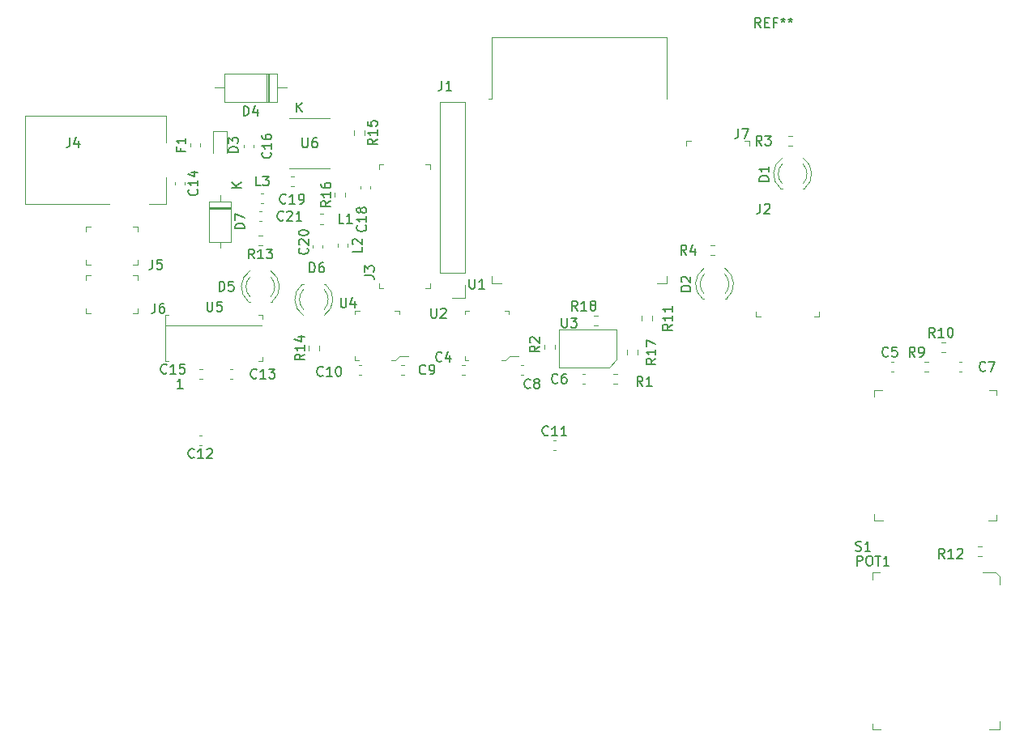
<source format=gbr>
%TF.GenerationSoftware,KiCad,Pcbnew,(6.0.1-0)*%
%TF.CreationDate,2022-04-10T14:57:14-07:00*%
%TF.ProjectId,CocktailMachine,436f636b-7461-4696-9c4d-616368696e65,rev?*%
%TF.SameCoordinates,Original*%
%TF.FileFunction,Legend,Top*%
%TF.FilePolarity,Positive*%
%FSLAX46Y46*%
G04 Gerber Fmt 4.6, Leading zero omitted, Abs format (unit mm)*
G04 Created by KiCad (PCBNEW (6.0.1-0)) date 2022-04-10 14:57:14*
%MOMM*%
%LPD*%
G01*
G04 APERTURE LIST*
%ADD10C,0.150000*%
%ADD11C,0.120000*%
%ADD12C,0.100000*%
G04 APERTURE END LIST*
D10*
%TO.C,C4*%
X90328333Y-90791142D02*
X90280714Y-90838761D01*
X90137857Y-90886380D01*
X90042619Y-90886380D01*
X89899761Y-90838761D01*
X89804523Y-90743523D01*
X89756904Y-90648285D01*
X89709285Y-90457809D01*
X89709285Y-90314952D01*
X89756904Y-90124476D01*
X89804523Y-90029238D01*
X89899761Y-89934000D01*
X90042619Y-89886380D01*
X90137857Y-89886380D01*
X90280714Y-89934000D01*
X90328333Y-89981619D01*
X91185476Y-90219714D02*
X91185476Y-90886380D01*
X90947380Y-89838761D02*
X90709285Y-90553047D01*
X91328333Y-90553047D01*
%TO.C,C5*%
X136993333Y-90273142D02*
X136945714Y-90320761D01*
X136802857Y-90368380D01*
X136707619Y-90368380D01*
X136564761Y-90320761D01*
X136469523Y-90225523D01*
X136421904Y-90130285D01*
X136374285Y-89939809D01*
X136374285Y-89796952D01*
X136421904Y-89606476D01*
X136469523Y-89511238D01*
X136564761Y-89416000D01*
X136707619Y-89368380D01*
X136802857Y-89368380D01*
X136945714Y-89416000D01*
X136993333Y-89463619D01*
X137898095Y-89368380D02*
X137421904Y-89368380D01*
X137374285Y-89844571D01*
X137421904Y-89796952D01*
X137517142Y-89749333D01*
X137755238Y-89749333D01*
X137850476Y-89796952D01*
X137898095Y-89844571D01*
X137945714Y-89939809D01*
X137945714Y-90177904D01*
X137898095Y-90273142D01*
X137850476Y-90320761D01*
X137755238Y-90368380D01*
X137517142Y-90368380D01*
X137421904Y-90320761D01*
X137374285Y-90273142D01*
%TO.C,C6*%
X102448333Y-93067142D02*
X102400714Y-93114761D01*
X102257857Y-93162380D01*
X102162619Y-93162380D01*
X102019761Y-93114761D01*
X101924523Y-93019523D01*
X101876904Y-92924285D01*
X101829285Y-92733809D01*
X101829285Y-92590952D01*
X101876904Y-92400476D01*
X101924523Y-92305238D01*
X102019761Y-92210000D01*
X102162619Y-92162380D01*
X102257857Y-92162380D01*
X102400714Y-92210000D01*
X102448333Y-92257619D01*
X103305476Y-92162380D02*
X103115000Y-92162380D01*
X103019761Y-92210000D01*
X102972142Y-92257619D01*
X102876904Y-92400476D01*
X102829285Y-92590952D01*
X102829285Y-92971904D01*
X102876904Y-93067142D01*
X102924523Y-93114761D01*
X103019761Y-93162380D01*
X103210238Y-93162380D01*
X103305476Y-93114761D01*
X103353095Y-93067142D01*
X103400714Y-92971904D01*
X103400714Y-92733809D01*
X103353095Y-92638571D01*
X103305476Y-92590952D01*
X103210238Y-92543333D01*
X103019761Y-92543333D01*
X102924523Y-92590952D01*
X102876904Y-92638571D01*
X102829285Y-92733809D01*
%TO.C,C7*%
X147153333Y-91797142D02*
X147105714Y-91844761D01*
X146962857Y-91892380D01*
X146867619Y-91892380D01*
X146724761Y-91844761D01*
X146629523Y-91749523D01*
X146581904Y-91654285D01*
X146534285Y-91463809D01*
X146534285Y-91320952D01*
X146581904Y-91130476D01*
X146629523Y-91035238D01*
X146724761Y-90940000D01*
X146867619Y-90892380D01*
X146962857Y-90892380D01*
X147105714Y-90940000D01*
X147153333Y-90987619D01*
X147486666Y-90892380D02*
X148153333Y-90892380D01*
X147724761Y-91892380D01*
%TO.C,C8*%
X99583333Y-93607142D02*
X99535714Y-93654761D01*
X99392857Y-93702380D01*
X99297619Y-93702380D01*
X99154761Y-93654761D01*
X99059523Y-93559523D01*
X99011904Y-93464285D01*
X98964285Y-93273809D01*
X98964285Y-93130952D01*
X99011904Y-92940476D01*
X99059523Y-92845238D01*
X99154761Y-92750000D01*
X99297619Y-92702380D01*
X99392857Y-92702380D01*
X99535714Y-92750000D01*
X99583333Y-92797619D01*
X100154761Y-93130952D02*
X100059523Y-93083333D01*
X100011904Y-93035714D01*
X99964285Y-92940476D01*
X99964285Y-92892857D01*
X100011904Y-92797619D01*
X100059523Y-92750000D01*
X100154761Y-92702380D01*
X100345238Y-92702380D01*
X100440476Y-92750000D01*
X100488095Y-92797619D01*
X100535714Y-92892857D01*
X100535714Y-92940476D01*
X100488095Y-93035714D01*
X100440476Y-93083333D01*
X100345238Y-93130952D01*
X100154761Y-93130952D01*
X100059523Y-93178571D01*
X100011904Y-93226190D01*
X99964285Y-93321428D01*
X99964285Y-93511904D01*
X100011904Y-93607142D01*
X100059523Y-93654761D01*
X100154761Y-93702380D01*
X100345238Y-93702380D01*
X100440476Y-93654761D01*
X100488095Y-93607142D01*
X100535714Y-93511904D01*
X100535714Y-93321428D01*
X100488095Y-93226190D01*
X100440476Y-93178571D01*
X100345238Y-93130952D01*
%TO.C,C9*%
X88629333Y-92115142D02*
X88581714Y-92162761D01*
X88438857Y-92210380D01*
X88343619Y-92210380D01*
X88200761Y-92162761D01*
X88105523Y-92067523D01*
X88057904Y-91972285D01*
X88010285Y-91781809D01*
X88010285Y-91638952D01*
X88057904Y-91448476D01*
X88105523Y-91353238D01*
X88200761Y-91258000D01*
X88343619Y-91210380D01*
X88438857Y-91210380D01*
X88581714Y-91258000D01*
X88629333Y-91305619D01*
X89105523Y-92210380D02*
X89296000Y-92210380D01*
X89391238Y-92162761D01*
X89438857Y-92115142D01*
X89534095Y-91972285D01*
X89581714Y-91781809D01*
X89581714Y-91400857D01*
X89534095Y-91305619D01*
X89486476Y-91258000D01*
X89391238Y-91210380D01*
X89200761Y-91210380D01*
X89105523Y-91258000D01*
X89057904Y-91305619D01*
X89010285Y-91400857D01*
X89010285Y-91638952D01*
X89057904Y-91734190D01*
X89105523Y-91781809D01*
X89200761Y-91829428D01*
X89391238Y-91829428D01*
X89486476Y-91781809D01*
X89534095Y-91734190D01*
X89581714Y-91638952D01*
%TO.C,C10*%
X77914142Y-92315142D02*
X77866523Y-92362761D01*
X77723666Y-92410380D01*
X77628428Y-92410380D01*
X77485571Y-92362761D01*
X77390333Y-92267523D01*
X77342714Y-92172285D01*
X77295095Y-91981809D01*
X77295095Y-91838952D01*
X77342714Y-91648476D01*
X77390333Y-91553238D01*
X77485571Y-91458000D01*
X77628428Y-91410380D01*
X77723666Y-91410380D01*
X77866523Y-91458000D01*
X77914142Y-91505619D01*
X78866523Y-92410380D02*
X78295095Y-92410380D01*
X78580809Y-92410380D02*
X78580809Y-91410380D01*
X78485571Y-91553238D01*
X78390333Y-91648476D01*
X78295095Y-91696095D01*
X79485571Y-91410380D02*
X79580809Y-91410380D01*
X79676047Y-91458000D01*
X79723666Y-91505619D01*
X79771285Y-91600857D01*
X79818904Y-91791333D01*
X79818904Y-92029428D01*
X79771285Y-92219904D01*
X79723666Y-92315142D01*
X79676047Y-92362761D01*
X79580809Y-92410380D01*
X79485571Y-92410380D01*
X79390333Y-92362761D01*
X79342714Y-92315142D01*
X79295095Y-92219904D01*
X79247476Y-92029428D01*
X79247476Y-91791333D01*
X79295095Y-91600857D01*
X79342714Y-91505619D01*
X79390333Y-91458000D01*
X79485571Y-91410380D01*
%TO.C,C11*%
X101462142Y-98526613D02*
X101414523Y-98574232D01*
X101271666Y-98621851D01*
X101176428Y-98621851D01*
X101033571Y-98574232D01*
X100938333Y-98478994D01*
X100890714Y-98383756D01*
X100843095Y-98193280D01*
X100843095Y-98050423D01*
X100890714Y-97859947D01*
X100938333Y-97764709D01*
X101033571Y-97669471D01*
X101176428Y-97621851D01*
X101271666Y-97621851D01*
X101414523Y-97669471D01*
X101462142Y-97717090D01*
X102414523Y-98621851D02*
X101843095Y-98621851D01*
X102128809Y-98621851D02*
X102128809Y-97621851D01*
X102033571Y-97764709D01*
X101938333Y-97859947D01*
X101843095Y-97907566D01*
X103366904Y-98621851D02*
X102795476Y-98621851D01*
X103081190Y-98621851D02*
X103081190Y-97621851D01*
X102985952Y-97764709D01*
X102890714Y-97859947D01*
X102795476Y-97907566D01*
%TO.C,C12*%
X64462142Y-100886613D02*
X64414523Y-100934232D01*
X64271666Y-100981851D01*
X64176428Y-100981851D01*
X64033571Y-100934232D01*
X63938333Y-100838994D01*
X63890714Y-100743756D01*
X63843095Y-100553280D01*
X63843095Y-100410423D01*
X63890714Y-100219947D01*
X63938333Y-100124709D01*
X64033571Y-100029471D01*
X64176428Y-99981851D01*
X64271666Y-99981851D01*
X64414523Y-100029471D01*
X64462142Y-100077090D01*
X65414523Y-100981851D02*
X64843095Y-100981851D01*
X65128809Y-100981851D02*
X65128809Y-99981851D01*
X65033571Y-100124709D01*
X64938333Y-100219947D01*
X64843095Y-100267566D01*
X65795476Y-100077090D02*
X65843095Y-100029471D01*
X65938333Y-99981851D01*
X66176428Y-99981851D01*
X66271666Y-100029471D01*
X66319285Y-100077090D01*
X66366904Y-100172328D01*
X66366904Y-100267566D01*
X66319285Y-100410423D01*
X65747857Y-100981851D01*
X66366904Y-100981851D01*
%TO.C,C14*%
X64745142Y-72872857D02*
X64792761Y-72920476D01*
X64840380Y-73063333D01*
X64840380Y-73158571D01*
X64792761Y-73301428D01*
X64697523Y-73396666D01*
X64602285Y-73444285D01*
X64411809Y-73491904D01*
X64268952Y-73491904D01*
X64078476Y-73444285D01*
X63983238Y-73396666D01*
X63888000Y-73301428D01*
X63840380Y-73158571D01*
X63840380Y-73063333D01*
X63888000Y-72920476D01*
X63935619Y-72872857D01*
X64840380Y-71920476D02*
X64840380Y-72491904D01*
X64840380Y-72206190D02*
X63840380Y-72206190D01*
X63983238Y-72301428D01*
X64078476Y-72396666D01*
X64126095Y-72491904D01*
X64173714Y-71063333D02*
X64840380Y-71063333D01*
X63792761Y-71301428D02*
X64507047Y-71539523D01*
X64507047Y-70920476D01*
%TO.C,C15*%
X61587142Y-92051142D02*
X61539523Y-92098761D01*
X61396666Y-92146380D01*
X61301428Y-92146380D01*
X61158571Y-92098761D01*
X61063333Y-92003523D01*
X61015714Y-91908285D01*
X60968095Y-91717809D01*
X60968095Y-91574952D01*
X61015714Y-91384476D01*
X61063333Y-91289238D01*
X61158571Y-91194000D01*
X61301428Y-91146380D01*
X61396666Y-91146380D01*
X61539523Y-91194000D01*
X61587142Y-91241619D01*
X62539523Y-92146380D02*
X61968095Y-92146380D01*
X62253809Y-92146380D02*
X62253809Y-91146380D01*
X62158571Y-91289238D01*
X62063333Y-91384476D01*
X61968095Y-91432095D01*
X63444285Y-91146380D02*
X62968095Y-91146380D01*
X62920476Y-91622571D01*
X62968095Y-91574952D01*
X63063333Y-91527333D01*
X63301428Y-91527333D01*
X63396666Y-91574952D01*
X63444285Y-91622571D01*
X63491904Y-91717809D01*
X63491904Y-91955904D01*
X63444285Y-92051142D01*
X63396666Y-92098761D01*
X63301428Y-92146380D01*
X63063333Y-92146380D01*
X62968095Y-92098761D01*
X62920476Y-92051142D01*
%TO.C,C16*%
X72430142Y-68990857D02*
X72477761Y-69038476D01*
X72525380Y-69181333D01*
X72525380Y-69276571D01*
X72477761Y-69419428D01*
X72382523Y-69514666D01*
X72287285Y-69562285D01*
X72096809Y-69609904D01*
X71953952Y-69609904D01*
X71763476Y-69562285D01*
X71668238Y-69514666D01*
X71573000Y-69419428D01*
X71525380Y-69276571D01*
X71525380Y-69181333D01*
X71573000Y-69038476D01*
X71620619Y-68990857D01*
X72525380Y-68038476D02*
X72525380Y-68609904D01*
X72525380Y-68324190D02*
X71525380Y-68324190D01*
X71668238Y-68419428D01*
X71763476Y-68514666D01*
X71811095Y-68609904D01*
X71525380Y-67181333D02*
X71525380Y-67371809D01*
X71573000Y-67467047D01*
X71620619Y-67514666D01*
X71763476Y-67609904D01*
X71953952Y-67657523D01*
X72334904Y-67657523D01*
X72430142Y-67609904D01*
X72477761Y-67562285D01*
X72525380Y-67467047D01*
X72525380Y-67276571D01*
X72477761Y-67181333D01*
X72430142Y-67133714D01*
X72334904Y-67086095D01*
X72096809Y-67086095D01*
X72001571Y-67133714D01*
X71953952Y-67181333D01*
X71906333Y-67276571D01*
X71906333Y-67467047D01*
X71953952Y-67562285D01*
X72001571Y-67609904D01*
X72096809Y-67657523D01*
%TO.C,C18*%
X82357142Y-76642857D02*
X82404761Y-76690476D01*
X82452380Y-76833333D01*
X82452380Y-76928571D01*
X82404761Y-77071428D01*
X82309523Y-77166666D01*
X82214285Y-77214285D01*
X82023809Y-77261904D01*
X81880952Y-77261904D01*
X81690476Y-77214285D01*
X81595238Y-77166666D01*
X81500000Y-77071428D01*
X81452380Y-76928571D01*
X81452380Y-76833333D01*
X81500000Y-76690476D01*
X81547619Y-76642857D01*
X82452380Y-75690476D02*
X82452380Y-76261904D01*
X82452380Y-75976190D02*
X81452380Y-75976190D01*
X81595238Y-76071428D01*
X81690476Y-76166666D01*
X81738095Y-76261904D01*
X81880952Y-75119047D02*
X81833333Y-75214285D01*
X81785714Y-75261904D01*
X81690476Y-75309523D01*
X81642857Y-75309523D01*
X81547619Y-75261904D01*
X81500000Y-75214285D01*
X81452380Y-75119047D01*
X81452380Y-74928571D01*
X81500000Y-74833333D01*
X81547619Y-74785714D01*
X81642857Y-74738095D01*
X81690476Y-74738095D01*
X81785714Y-74785714D01*
X81833333Y-74833333D01*
X81880952Y-74928571D01*
X81880952Y-75119047D01*
X81928571Y-75214285D01*
X81976190Y-75261904D01*
X82071428Y-75309523D01*
X82261904Y-75309523D01*
X82357142Y-75261904D01*
X82404761Y-75214285D01*
X82452380Y-75119047D01*
X82452380Y-74928571D01*
X82404761Y-74833333D01*
X82357142Y-74785714D01*
X82261904Y-74738095D01*
X82071428Y-74738095D01*
X81976190Y-74785714D01*
X81928571Y-74833333D01*
X81880952Y-74928571D01*
%TO.C,C19*%
X74033142Y-74271142D02*
X73985523Y-74318761D01*
X73842666Y-74366380D01*
X73747428Y-74366380D01*
X73604571Y-74318761D01*
X73509333Y-74223523D01*
X73461714Y-74128285D01*
X73414095Y-73937809D01*
X73414095Y-73794952D01*
X73461714Y-73604476D01*
X73509333Y-73509238D01*
X73604571Y-73414000D01*
X73747428Y-73366380D01*
X73842666Y-73366380D01*
X73985523Y-73414000D01*
X74033142Y-73461619D01*
X74985523Y-74366380D02*
X74414095Y-74366380D01*
X74699809Y-74366380D02*
X74699809Y-73366380D01*
X74604571Y-73509238D01*
X74509333Y-73604476D01*
X74414095Y-73652095D01*
X75461714Y-74366380D02*
X75652190Y-74366380D01*
X75747428Y-74318761D01*
X75795047Y-74271142D01*
X75890285Y-74128285D01*
X75937904Y-73937809D01*
X75937904Y-73556857D01*
X75890285Y-73461619D01*
X75842666Y-73414000D01*
X75747428Y-73366380D01*
X75556952Y-73366380D01*
X75461714Y-73414000D01*
X75414095Y-73461619D01*
X75366476Y-73556857D01*
X75366476Y-73794952D01*
X75414095Y-73890190D01*
X75461714Y-73937809D01*
X75556952Y-73985428D01*
X75747428Y-73985428D01*
X75842666Y-73937809D01*
X75890285Y-73890190D01*
X75937904Y-73794952D01*
%TO.C,C20*%
X76285142Y-79032857D02*
X76332761Y-79080476D01*
X76380380Y-79223333D01*
X76380380Y-79318571D01*
X76332761Y-79461428D01*
X76237523Y-79556666D01*
X76142285Y-79604285D01*
X75951809Y-79651904D01*
X75808952Y-79651904D01*
X75618476Y-79604285D01*
X75523238Y-79556666D01*
X75428000Y-79461428D01*
X75380380Y-79318571D01*
X75380380Y-79223333D01*
X75428000Y-79080476D01*
X75475619Y-79032857D01*
X75475619Y-78651904D02*
X75428000Y-78604285D01*
X75380380Y-78509047D01*
X75380380Y-78270952D01*
X75428000Y-78175714D01*
X75475619Y-78128095D01*
X75570857Y-78080476D01*
X75666095Y-78080476D01*
X75808952Y-78128095D01*
X76380380Y-78699523D01*
X76380380Y-78080476D01*
X75380380Y-77461428D02*
X75380380Y-77366190D01*
X75428000Y-77270952D01*
X75475619Y-77223333D01*
X75570857Y-77175714D01*
X75761333Y-77128095D01*
X75999428Y-77128095D01*
X76189904Y-77175714D01*
X76285142Y-77223333D01*
X76332761Y-77270952D01*
X76380380Y-77366190D01*
X76380380Y-77461428D01*
X76332761Y-77556666D01*
X76285142Y-77604285D01*
X76189904Y-77651904D01*
X75999428Y-77699523D01*
X75761333Y-77699523D01*
X75570857Y-77651904D01*
X75475619Y-77604285D01*
X75428000Y-77556666D01*
X75380380Y-77461428D01*
%TO.C,C21*%
X73779142Y-76049142D02*
X73731523Y-76096761D01*
X73588666Y-76144380D01*
X73493428Y-76144380D01*
X73350571Y-76096761D01*
X73255333Y-76001523D01*
X73207714Y-75906285D01*
X73160095Y-75715809D01*
X73160095Y-75572952D01*
X73207714Y-75382476D01*
X73255333Y-75287238D01*
X73350571Y-75192000D01*
X73493428Y-75144380D01*
X73588666Y-75144380D01*
X73731523Y-75192000D01*
X73779142Y-75239619D01*
X74160095Y-75239619D02*
X74207714Y-75192000D01*
X74302952Y-75144380D01*
X74541047Y-75144380D01*
X74636285Y-75192000D01*
X74683904Y-75239619D01*
X74731523Y-75334857D01*
X74731523Y-75430095D01*
X74683904Y-75572952D01*
X74112476Y-76144380D01*
X74731523Y-76144380D01*
X75683904Y-76144380D02*
X75112476Y-76144380D01*
X75398190Y-76144380D02*
X75398190Y-75144380D01*
X75302952Y-75287238D01*
X75207714Y-75382476D01*
X75112476Y-75430095D01*
%TO.C,D1*%
X124492380Y-71990095D02*
X123492380Y-71990095D01*
X123492380Y-71752000D01*
X123540000Y-71609142D01*
X123635238Y-71513904D01*
X123730476Y-71466285D01*
X123920952Y-71418666D01*
X124063809Y-71418666D01*
X124254285Y-71466285D01*
X124349523Y-71513904D01*
X124444761Y-71609142D01*
X124492380Y-71752000D01*
X124492380Y-71990095D01*
X124492380Y-70466285D02*
X124492380Y-71037714D01*
X124492380Y-70752000D02*
X123492380Y-70752000D01*
X123635238Y-70847238D01*
X123730476Y-70942476D01*
X123778095Y-71037714D01*
%TO.C,D2*%
X116332170Y-83515305D02*
X115332170Y-83515305D01*
X115332170Y-83277210D01*
X115379790Y-83134352D01*
X115475028Y-83039114D01*
X115570266Y-82991495D01*
X115760742Y-82943876D01*
X115903599Y-82943876D01*
X116094075Y-82991495D01*
X116189313Y-83039114D01*
X116284551Y-83134352D01*
X116332170Y-83277210D01*
X116332170Y-83515305D01*
X115427409Y-82562924D02*
X115379790Y-82515305D01*
X115332170Y-82420067D01*
X115332170Y-82181971D01*
X115379790Y-82086733D01*
X115427409Y-82039114D01*
X115522647Y-81991495D01*
X115617885Y-81991495D01*
X115760742Y-82039114D01*
X116332170Y-82610543D01*
X116332170Y-81991495D01*
%TO.C,D3*%
X69040380Y-68968095D02*
X68040380Y-68968095D01*
X68040380Y-68730000D01*
X68088000Y-68587142D01*
X68183238Y-68491904D01*
X68278476Y-68444285D01*
X68468952Y-68396666D01*
X68611809Y-68396666D01*
X68802285Y-68444285D01*
X68897523Y-68491904D01*
X68992761Y-68587142D01*
X69040380Y-68730000D01*
X69040380Y-68968095D01*
X68040380Y-68063333D02*
X68040380Y-67444285D01*
X68421333Y-67777619D01*
X68421333Y-67634761D01*
X68468952Y-67539523D01*
X68516571Y-67491904D01*
X68611809Y-67444285D01*
X68849904Y-67444285D01*
X68945142Y-67491904D01*
X68992761Y-67539523D01*
X69040380Y-67634761D01*
X69040380Y-67920476D01*
X68992761Y-68015714D01*
X68945142Y-68063333D01*
%TO.C,D4*%
X69619904Y-65152380D02*
X69619904Y-64152380D01*
X69858000Y-64152380D01*
X70000857Y-64200000D01*
X70096095Y-64295238D01*
X70143714Y-64390476D01*
X70191333Y-64580952D01*
X70191333Y-64723809D01*
X70143714Y-64914285D01*
X70096095Y-65009523D01*
X70000857Y-65104761D01*
X69858000Y-65152380D01*
X69619904Y-65152380D01*
X71048476Y-64485714D02*
X71048476Y-65152380D01*
X70810380Y-64104761D02*
X70572285Y-64819047D01*
X71191333Y-64819047D01*
X75176095Y-64782380D02*
X75176095Y-63782380D01*
X75747523Y-64782380D02*
X75318952Y-64210952D01*
X75747523Y-63782380D02*
X75176095Y-64353809D01*
%TO.C,D5*%
X67079904Y-83510380D02*
X67079904Y-82510380D01*
X67318000Y-82510380D01*
X67460857Y-82558000D01*
X67556095Y-82653238D01*
X67603714Y-82748476D01*
X67651333Y-82938952D01*
X67651333Y-83081809D01*
X67603714Y-83272285D01*
X67556095Y-83367523D01*
X67460857Y-83462761D01*
X67318000Y-83510380D01*
X67079904Y-83510380D01*
X68556095Y-82510380D02*
X68079904Y-82510380D01*
X68032285Y-82986571D01*
X68079904Y-82938952D01*
X68175142Y-82891333D01*
X68413238Y-82891333D01*
X68508476Y-82938952D01*
X68556095Y-82986571D01*
X68603714Y-83081809D01*
X68603714Y-83319904D01*
X68556095Y-83415142D01*
X68508476Y-83462761D01*
X68413238Y-83510380D01*
X68175142Y-83510380D01*
X68079904Y-83462761D01*
X68032285Y-83415142D01*
%TO.C,D6*%
X76529904Y-81536380D02*
X76529904Y-80536380D01*
X76768000Y-80536380D01*
X76910857Y-80584000D01*
X77006095Y-80679238D01*
X77053714Y-80774476D01*
X77101333Y-80964952D01*
X77101333Y-81107809D01*
X77053714Y-81298285D01*
X77006095Y-81393523D01*
X76910857Y-81488761D01*
X76768000Y-81536380D01*
X76529904Y-81536380D01*
X77958476Y-80536380D02*
X77768000Y-80536380D01*
X77672761Y-80584000D01*
X77625142Y-80631619D01*
X77529904Y-80774476D01*
X77482285Y-80964952D01*
X77482285Y-81345904D01*
X77529904Y-81441142D01*
X77577523Y-81488761D01*
X77672761Y-81536380D01*
X77863238Y-81536380D01*
X77958476Y-81488761D01*
X78006095Y-81441142D01*
X78053714Y-81345904D01*
X78053714Y-81107809D01*
X78006095Y-81012571D01*
X77958476Y-80964952D01*
X77863238Y-80917333D01*
X77672761Y-80917333D01*
X77577523Y-80964952D01*
X77529904Y-81012571D01*
X77482285Y-81107809D01*
%TO.C,D7*%
X69730380Y-76968095D02*
X68730380Y-76968095D01*
X68730380Y-76730000D01*
X68778000Y-76587142D01*
X68873238Y-76491904D01*
X68968476Y-76444285D01*
X69158952Y-76396666D01*
X69301809Y-76396666D01*
X69492285Y-76444285D01*
X69587523Y-76491904D01*
X69682761Y-76587142D01*
X69730380Y-76730000D01*
X69730380Y-76968095D01*
X68730380Y-76063333D02*
X68730380Y-75396666D01*
X69730380Y-75825238D01*
X69410380Y-72681904D02*
X68410380Y-72681904D01*
X69410380Y-72110476D02*
X68838952Y-72539047D01*
X68410380Y-72110476D02*
X68981809Y-72681904D01*
%TO.C,F1*%
X63056571Y-68563333D02*
X63056571Y-68896666D01*
X63580380Y-68896666D02*
X62580380Y-68896666D01*
X62580380Y-68420476D01*
X63580380Y-67515714D02*
X63580380Y-68087142D01*
X63580380Y-67801428D02*
X62580380Y-67801428D01*
X62723238Y-67896666D01*
X62818476Y-67991904D01*
X62866095Y-68087142D01*
%TO.C,J1*%
X90344666Y-61514380D02*
X90344666Y-62228666D01*
X90297047Y-62371523D01*
X90201809Y-62466761D01*
X90058952Y-62514380D01*
X89963714Y-62514380D01*
X91344666Y-62514380D02*
X90773238Y-62514380D01*
X91058952Y-62514380D02*
X91058952Y-61514380D01*
X90963714Y-61657238D01*
X90868476Y-61752476D01*
X90773238Y-61800095D01*
%TO.C,J2*%
X123618666Y-74382380D02*
X123618666Y-75096666D01*
X123571047Y-75239523D01*
X123475809Y-75334761D01*
X123332952Y-75382380D01*
X123237714Y-75382380D01*
X124047238Y-74477619D02*
X124094857Y-74430000D01*
X124190095Y-74382380D01*
X124428190Y-74382380D01*
X124523428Y-74430000D01*
X124571047Y-74477619D01*
X124618666Y-74572857D01*
X124618666Y-74668095D01*
X124571047Y-74810952D01*
X123999619Y-75382380D01*
X124618666Y-75382380D01*
%TO.C,J3*%
X82256380Y-81867333D02*
X82970666Y-81867333D01*
X83113523Y-81914952D01*
X83208761Y-82010190D01*
X83256380Y-82153047D01*
X83256380Y-82248285D01*
X82256380Y-81486380D02*
X82256380Y-80867333D01*
X82637333Y-81200666D01*
X82637333Y-81057809D01*
X82684952Y-80962571D01*
X82732571Y-80914952D01*
X82827809Y-80867333D01*
X83065904Y-80867333D01*
X83161142Y-80914952D01*
X83208761Y-80962571D01*
X83256380Y-81057809D01*
X83256380Y-81343523D01*
X83208761Y-81438761D01*
X83161142Y-81486380D01*
%TO.C,J5*%
X60118666Y-80224380D02*
X60118666Y-80938666D01*
X60071047Y-81081523D01*
X59975809Y-81176761D01*
X59832952Y-81224380D01*
X59737714Y-81224380D01*
X61071047Y-80224380D02*
X60594857Y-80224380D01*
X60547238Y-80700571D01*
X60594857Y-80652952D01*
X60690095Y-80605333D01*
X60928190Y-80605333D01*
X61023428Y-80652952D01*
X61071047Y-80700571D01*
X61118666Y-80795809D01*
X61118666Y-81033904D01*
X61071047Y-81129142D01*
X61023428Y-81176761D01*
X60928190Y-81224380D01*
X60690095Y-81224380D01*
X60594857Y-81176761D01*
X60547238Y-81129142D01*
%TO.C,J6*%
X60372666Y-84796380D02*
X60372666Y-85510666D01*
X60325047Y-85653523D01*
X60229809Y-85748761D01*
X60086952Y-85796380D01*
X59991714Y-85796380D01*
X61277428Y-84796380D02*
X61086952Y-84796380D01*
X60991714Y-84844000D01*
X60944095Y-84891619D01*
X60848857Y-85034476D01*
X60801238Y-85224952D01*
X60801238Y-85605904D01*
X60848857Y-85701142D01*
X60896476Y-85748761D01*
X60991714Y-85796380D01*
X61182190Y-85796380D01*
X61277428Y-85748761D01*
X61325047Y-85701142D01*
X61372666Y-85605904D01*
X61372666Y-85367809D01*
X61325047Y-85272571D01*
X61277428Y-85224952D01*
X61182190Y-85177333D01*
X60991714Y-85177333D01*
X60896476Y-85224952D01*
X60848857Y-85272571D01*
X60801238Y-85367809D01*
%TO.C,L1*%
X80097333Y-76398380D02*
X79621142Y-76398380D01*
X79621142Y-75398380D01*
X80954476Y-76398380D02*
X80383047Y-76398380D01*
X80668761Y-76398380D02*
X80668761Y-75398380D01*
X80573523Y-75541238D01*
X80478285Y-75636476D01*
X80383047Y-75684095D01*
%TO.C,L2*%
X81986380Y-78906666D02*
X81986380Y-79382857D01*
X80986380Y-79382857D01*
X81081619Y-78620952D02*
X81034000Y-78573333D01*
X80986380Y-78478095D01*
X80986380Y-78240000D01*
X81034000Y-78144761D01*
X81081619Y-78097142D01*
X81176857Y-78049523D01*
X81272095Y-78049523D01*
X81414952Y-78097142D01*
X81986380Y-78668571D01*
X81986380Y-78049523D01*
%TO.C,L3*%
X71391333Y-72492380D02*
X70915142Y-72492380D01*
X70915142Y-71492380D01*
X71629428Y-71492380D02*
X72248476Y-71492380D01*
X71915142Y-71873333D01*
X72058000Y-71873333D01*
X72153238Y-71920952D01*
X72200857Y-71968571D01*
X72248476Y-72063809D01*
X72248476Y-72301904D01*
X72200857Y-72397142D01*
X72153238Y-72444761D01*
X72058000Y-72492380D01*
X71772285Y-72492380D01*
X71677047Y-72444761D01*
X71629428Y-72397142D01*
%TO.C,POT1*%
X133739142Y-112212380D02*
X133739142Y-111212380D01*
X134120095Y-111212380D01*
X134215333Y-111260000D01*
X134262952Y-111307619D01*
X134310571Y-111402857D01*
X134310571Y-111545714D01*
X134262952Y-111640952D01*
X134215333Y-111688571D01*
X134120095Y-111736190D01*
X133739142Y-111736190D01*
X134929619Y-111212380D02*
X135120095Y-111212380D01*
X135215333Y-111260000D01*
X135310571Y-111355238D01*
X135358190Y-111545714D01*
X135358190Y-111879047D01*
X135310571Y-112069523D01*
X135215333Y-112164761D01*
X135120095Y-112212380D01*
X134929619Y-112212380D01*
X134834380Y-112164761D01*
X134739142Y-112069523D01*
X134691523Y-111879047D01*
X134691523Y-111545714D01*
X134739142Y-111355238D01*
X134834380Y-111260000D01*
X134929619Y-111212380D01*
X135643904Y-111212380D02*
X136215333Y-111212380D01*
X135929619Y-112212380D02*
X135929619Y-111212380D01*
X137072476Y-112212380D02*
X136501047Y-112212380D01*
X136786761Y-112212380D02*
X136786761Y-111212380D01*
X136691523Y-111355238D01*
X136596285Y-111450476D01*
X136501047Y-111498095D01*
%TO.C,R1*%
X111339333Y-93436380D02*
X111006000Y-92960190D01*
X110767904Y-93436380D02*
X110767904Y-92436380D01*
X111148857Y-92436380D01*
X111244095Y-92484000D01*
X111291714Y-92531619D01*
X111339333Y-92626857D01*
X111339333Y-92769714D01*
X111291714Y-92864952D01*
X111244095Y-92912571D01*
X111148857Y-92960190D01*
X110767904Y-92960190D01*
X112291714Y-93436380D02*
X111720285Y-93436380D01*
X112006000Y-93436380D02*
X112006000Y-92436380D01*
X111910761Y-92579238D01*
X111815523Y-92674476D01*
X111720285Y-92722095D01*
%TO.C,R2*%
X100528380Y-89274408D02*
X100052190Y-89607742D01*
X100528380Y-89845837D02*
X99528380Y-89845837D01*
X99528380Y-89464884D01*
X99576000Y-89369646D01*
X99623619Y-89322027D01*
X99718857Y-89274408D01*
X99861714Y-89274408D01*
X99956952Y-89322027D01*
X100004571Y-89369646D01*
X100052190Y-89464884D01*
X100052190Y-89845837D01*
X99623619Y-88893456D02*
X99576000Y-88845837D01*
X99528380Y-88750599D01*
X99528380Y-88512503D01*
X99576000Y-88417265D01*
X99623619Y-88369646D01*
X99718857Y-88322027D01*
X99814095Y-88322027D01*
X99956952Y-88369646D01*
X100528380Y-88941075D01*
X100528380Y-88322027D01*
%TO.C,R3*%
X123785333Y-68270380D02*
X123452000Y-67794190D01*
X123213904Y-68270380D02*
X123213904Y-67270380D01*
X123594857Y-67270380D01*
X123690095Y-67318000D01*
X123737714Y-67365619D01*
X123785333Y-67460857D01*
X123785333Y-67603714D01*
X123737714Y-67698952D01*
X123690095Y-67746571D01*
X123594857Y-67794190D01*
X123213904Y-67794190D01*
X124118666Y-67270380D02*
X124737714Y-67270380D01*
X124404380Y-67651333D01*
X124547238Y-67651333D01*
X124642476Y-67698952D01*
X124690095Y-67746571D01*
X124737714Y-67841809D01*
X124737714Y-68079904D01*
X124690095Y-68175142D01*
X124642476Y-68222761D01*
X124547238Y-68270380D01*
X124261523Y-68270380D01*
X124166285Y-68222761D01*
X124118666Y-68175142D01*
%TO.C,R4*%
X115911333Y-79700380D02*
X115578000Y-79224190D01*
X115339904Y-79700380D02*
X115339904Y-78700380D01*
X115720857Y-78700380D01*
X115816095Y-78748000D01*
X115863714Y-78795619D01*
X115911333Y-78890857D01*
X115911333Y-79033714D01*
X115863714Y-79128952D01*
X115816095Y-79176571D01*
X115720857Y-79224190D01*
X115339904Y-79224190D01*
X116768476Y-79033714D02*
X116768476Y-79700380D01*
X116530380Y-78652761D02*
X116292285Y-79367047D01*
X116911333Y-79367047D01*
%TO.C,R9*%
X139787333Y-90368380D02*
X139454000Y-89892190D01*
X139215904Y-90368380D02*
X139215904Y-89368380D01*
X139596857Y-89368380D01*
X139692095Y-89416000D01*
X139739714Y-89463619D01*
X139787333Y-89558857D01*
X139787333Y-89701714D01*
X139739714Y-89796952D01*
X139692095Y-89844571D01*
X139596857Y-89892190D01*
X139215904Y-89892190D01*
X140263523Y-90368380D02*
X140454000Y-90368380D01*
X140549238Y-90320761D01*
X140596857Y-90273142D01*
X140692095Y-90130285D01*
X140739714Y-89939809D01*
X140739714Y-89558857D01*
X140692095Y-89463619D01*
X140644476Y-89416000D01*
X140549238Y-89368380D01*
X140358761Y-89368380D01*
X140263523Y-89416000D01*
X140215904Y-89463619D01*
X140168285Y-89558857D01*
X140168285Y-89796952D01*
X140215904Y-89892190D01*
X140263523Y-89939809D01*
X140358761Y-89987428D01*
X140549238Y-89987428D01*
X140644476Y-89939809D01*
X140692095Y-89892190D01*
X140739714Y-89796952D01*
%TO.C,R10*%
X141867884Y-88336380D02*
X141534551Y-87860190D01*
X141296456Y-88336380D02*
X141296456Y-87336380D01*
X141677408Y-87336380D01*
X141772646Y-87384000D01*
X141820265Y-87431619D01*
X141867884Y-87526857D01*
X141867884Y-87669714D01*
X141820265Y-87764952D01*
X141772646Y-87812571D01*
X141677408Y-87860190D01*
X141296456Y-87860190D01*
X142820265Y-88336380D02*
X142248837Y-88336380D01*
X142534551Y-88336380D02*
X142534551Y-87336380D01*
X142439313Y-87479238D01*
X142344075Y-87574476D01*
X142248837Y-87622095D01*
X143439313Y-87336380D02*
X143534551Y-87336380D01*
X143629789Y-87384000D01*
X143677408Y-87431619D01*
X143725027Y-87526857D01*
X143772646Y-87717333D01*
X143772646Y-87955428D01*
X143725027Y-88145904D01*
X143677408Y-88241142D01*
X143629789Y-88288761D01*
X143534551Y-88336380D01*
X143439313Y-88336380D01*
X143344075Y-88288761D01*
X143296456Y-88241142D01*
X143248837Y-88145904D01*
X143201218Y-87955428D01*
X143201218Y-87717333D01*
X143248837Y-87526857D01*
X143296456Y-87431619D01*
X143344075Y-87384000D01*
X143439313Y-87336380D01*
%TO.C,R11*%
X114412380Y-87002857D02*
X113936190Y-87336190D01*
X114412380Y-87574285D02*
X113412380Y-87574285D01*
X113412380Y-87193333D01*
X113460000Y-87098095D01*
X113507619Y-87050476D01*
X113602857Y-87002857D01*
X113745714Y-87002857D01*
X113840952Y-87050476D01*
X113888571Y-87098095D01*
X113936190Y-87193333D01*
X113936190Y-87574285D01*
X114412380Y-86050476D02*
X114412380Y-86621904D01*
X114412380Y-86336190D02*
X113412380Y-86336190D01*
X113555238Y-86431428D01*
X113650476Y-86526666D01*
X113698095Y-86621904D01*
X114412380Y-85098095D02*
X114412380Y-85669523D01*
X114412380Y-85383809D02*
X113412380Y-85383809D01*
X113555238Y-85479047D01*
X113650476Y-85574285D01*
X113698095Y-85669523D01*
%TO.C,R13*%
X70731142Y-80109380D02*
X70397809Y-79633190D01*
X70159714Y-80109380D02*
X70159714Y-79109380D01*
X70540666Y-79109380D01*
X70635904Y-79157000D01*
X70683523Y-79204619D01*
X70731142Y-79299857D01*
X70731142Y-79442714D01*
X70683523Y-79537952D01*
X70635904Y-79585571D01*
X70540666Y-79633190D01*
X70159714Y-79633190D01*
X71683523Y-80109380D02*
X71112095Y-80109380D01*
X71397809Y-80109380D02*
X71397809Y-79109380D01*
X71302571Y-79252238D01*
X71207333Y-79347476D01*
X71112095Y-79395095D01*
X72016857Y-79109380D02*
X72635904Y-79109380D01*
X72302571Y-79490333D01*
X72445428Y-79490333D01*
X72540666Y-79537952D01*
X72588285Y-79585571D01*
X72635904Y-79680809D01*
X72635904Y-79918904D01*
X72588285Y-80014142D01*
X72540666Y-80061761D01*
X72445428Y-80109380D01*
X72159714Y-80109380D01*
X72064476Y-80061761D01*
X72016857Y-80014142D01*
%TO.C,R14*%
X75984380Y-90108857D02*
X75508190Y-90442190D01*
X75984380Y-90680285D02*
X74984380Y-90680285D01*
X74984380Y-90299333D01*
X75032000Y-90204095D01*
X75079619Y-90156476D01*
X75174857Y-90108857D01*
X75317714Y-90108857D01*
X75412952Y-90156476D01*
X75460571Y-90204095D01*
X75508190Y-90299333D01*
X75508190Y-90680285D01*
X75984380Y-89156476D02*
X75984380Y-89727904D01*
X75984380Y-89442190D02*
X74984380Y-89442190D01*
X75127238Y-89537428D01*
X75222476Y-89632666D01*
X75270095Y-89727904D01*
X75317714Y-88299333D02*
X75984380Y-88299333D01*
X74936761Y-88537428D02*
X75651047Y-88775523D01*
X75651047Y-88156476D01*
%TO.C,R15*%
X83585380Y-67602857D02*
X83109190Y-67936190D01*
X83585380Y-68174285D02*
X82585380Y-68174285D01*
X82585380Y-67793333D01*
X82633000Y-67698095D01*
X82680619Y-67650476D01*
X82775857Y-67602857D01*
X82918714Y-67602857D01*
X83013952Y-67650476D01*
X83061571Y-67698095D01*
X83109190Y-67793333D01*
X83109190Y-68174285D01*
X83585380Y-66650476D02*
X83585380Y-67221904D01*
X83585380Y-66936190D02*
X82585380Y-66936190D01*
X82728238Y-67031428D01*
X82823476Y-67126666D01*
X82871095Y-67221904D01*
X82585380Y-65745714D02*
X82585380Y-66221904D01*
X83061571Y-66269523D01*
X83013952Y-66221904D01*
X82966333Y-66126666D01*
X82966333Y-65888571D01*
X83013952Y-65793333D01*
X83061571Y-65745714D01*
X83156809Y-65698095D01*
X83394904Y-65698095D01*
X83490142Y-65745714D01*
X83537761Y-65793333D01*
X83585380Y-65888571D01*
X83585380Y-66126666D01*
X83537761Y-66221904D01*
X83490142Y-66269523D01*
%TO.C,R16*%
X78715380Y-74070857D02*
X78239190Y-74404190D01*
X78715380Y-74642285D02*
X77715380Y-74642285D01*
X77715380Y-74261333D01*
X77763000Y-74166095D01*
X77810619Y-74118476D01*
X77905857Y-74070857D01*
X78048714Y-74070857D01*
X78143952Y-74118476D01*
X78191571Y-74166095D01*
X78239190Y-74261333D01*
X78239190Y-74642285D01*
X78715380Y-73118476D02*
X78715380Y-73689904D01*
X78715380Y-73404190D02*
X77715380Y-73404190D01*
X77858238Y-73499428D01*
X77953476Y-73594666D01*
X78001095Y-73689904D01*
X77715380Y-72261333D02*
X77715380Y-72451809D01*
X77763000Y-72547047D01*
X77810619Y-72594666D01*
X77953476Y-72689904D01*
X78143952Y-72737523D01*
X78524904Y-72737523D01*
X78620142Y-72689904D01*
X78667761Y-72642285D01*
X78715380Y-72547047D01*
X78715380Y-72356571D01*
X78667761Y-72261333D01*
X78620142Y-72213714D01*
X78524904Y-72166095D01*
X78286809Y-72166095D01*
X78191571Y-72213714D01*
X78143952Y-72261333D01*
X78096333Y-72356571D01*
X78096333Y-72547047D01*
X78143952Y-72642285D01*
X78191571Y-72689904D01*
X78286809Y-72737523D01*
%TO.C,R17*%
X112688380Y-90558857D02*
X112212190Y-90892190D01*
X112688380Y-91130285D02*
X111688380Y-91130285D01*
X111688380Y-90749333D01*
X111736000Y-90654095D01*
X111783619Y-90606476D01*
X111878857Y-90558857D01*
X112021714Y-90558857D01*
X112116952Y-90606476D01*
X112164571Y-90654095D01*
X112212190Y-90749333D01*
X112212190Y-91130285D01*
X112688380Y-89606476D02*
X112688380Y-90177904D01*
X112688380Y-89892190D02*
X111688380Y-89892190D01*
X111831238Y-89987428D01*
X111926476Y-90082666D01*
X111974095Y-90177904D01*
X111688380Y-89273142D02*
X111688380Y-88606476D01*
X112688380Y-89035047D01*
%TO.C,R18*%
X104513142Y-85542380D02*
X104179809Y-85066190D01*
X103941714Y-85542380D02*
X103941714Y-84542380D01*
X104322666Y-84542380D01*
X104417904Y-84590000D01*
X104465523Y-84637619D01*
X104513142Y-84732857D01*
X104513142Y-84875714D01*
X104465523Y-84970952D01*
X104417904Y-85018571D01*
X104322666Y-85066190D01*
X103941714Y-85066190D01*
X105465523Y-85542380D02*
X104894095Y-85542380D01*
X105179809Y-85542380D02*
X105179809Y-84542380D01*
X105084571Y-84685238D01*
X104989333Y-84780476D01*
X104894095Y-84828095D01*
X106036952Y-84970952D02*
X105941714Y-84923333D01*
X105894095Y-84875714D01*
X105846476Y-84780476D01*
X105846476Y-84732857D01*
X105894095Y-84637619D01*
X105941714Y-84590000D01*
X106036952Y-84542380D01*
X106227428Y-84542380D01*
X106322666Y-84590000D01*
X106370285Y-84637619D01*
X106417904Y-84732857D01*
X106417904Y-84780476D01*
X106370285Y-84875714D01*
X106322666Y-84923333D01*
X106227428Y-84970952D01*
X106036952Y-84970952D01*
X105941714Y-85018571D01*
X105894095Y-85066190D01*
X105846476Y-85161428D01*
X105846476Y-85351904D01*
X105894095Y-85447142D01*
X105941714Y-85494761D01*
X106036952Y-85542380D01*
X106227428Y-85542380D01*
X106322666Y-85494761D01*
X106370285Y-85447142D01*
X106417904Y-85351904D01*
X106417904Y-85161428D01*
X106370285Y-85066190D01*
X106322666Y-85018571D01*
X106227428Y-84970952D01*
%TO.C,S1*%
X133604095Y-110640761D02*
X133746952Y-110688380D01*
X133985047Y-110688380D01*
X134080285Y-110640761D01*
X134127904Y-110593142D01*
X134175523Y-110497904D01*
X134175523Y-110402666D01*
X134127904Y-110307428D01*
X134080285Y-110259809D01*
X133985047Y-110212190D01*
X133794571Y-110164571D01*
X133699333Y-110116952D01*
X133651714Y-110069333D01*
X133604095Y-109974095D01*
X133604095Y-109878857D01*
X133651714Y-109783619D01*
X133699333Y-109736000D01*
X133794571Y-109688380D01*
X134032666Y-109688380D01*
X134175523Y-109736000D01*
X135127904Y-110688380D02*
X134556476Y-110688380D01*
X134842190Y-110688380D02*
X134842190Y-109688380D01*
X134746952Y-109831238D01*
X134651714Y-109926476D01*
X134556476Y-109974095D01*
%TO.C,U2*%
X89225095Y-85314380D02*
X89225095Y-86123904D01*
X89272714Y-86219142D01*
X89320333Y-86266761D01*
X89415571Y-86314380D01*
X89606047Y-86314380D01*
X89701285Y-86266761D01*
X89748904Y-86219142D01*
X89796523Y-86123904D01*
X89796523Y-85314380D01*
X90225095Y-85409619D02*
X90272714Y-85362000D01*
X90367952Y-85314380D01*
X90606047Y-85314380D01*
X90701285Y-85362000D01*
X90748904Y-85409619D01*
X90796523Y-85504857D01*
X90796523Y-85600095D01*
X90748904Y-85742952D01*
X90177476Y-86314380D01*
X90796523Y-86314380D01*
%TO.C,U3*%
X102870095Y-86320380D02*
X102870095Y-87129904D01*
X102917714Y-87225142D01*
X102965333Y-87272761D01*
X103060571Y-87320380D01*
X103251047Y-87320380D01*
X103346285Y-87272761D01*
X103393904Y-87225142D01*
X103441523Y-87129904D01*
X103441523Y-86320380D01*
X103822476Y-86320380D02*
X104441523Y-86320380D01*
X104108190Y-86701333D01*
X104251047Y-86701333D01*
X104346285Y-86748952D01*
X104393904Y-86796571D01*
X104441523Y-86891809D01*
X104441523Y-87129904D01*
X104393904Y-87225142D01*
X104346285Y-87272761D01*
X104251047Y-87320380D01*
X103965333Y-87320380D01*
X103870095Y-87272761D01*
X103822476Y-87225142D01*
%TO.C,U5*%
X65814095Y-84624380D02*
X65814095Y-85433904D01*
X65861714Y-85529142D01*
X65909333Y-85576761D01*
X66004571Y-85624380D01*
X66195047Y-85624380D01*
X66290285Y-85576761D01*
X66337904Y-85529142D01*
X66385523Y-85433904D01*
X66385523Y-84624380D01*
X67337904Y-84624380D02*
X66861714Y-84624380D01*
X66814095Y-85100571D01*
X66861714Y-85052952D01*
X66956952Y-85005333D01*
X67195047Y-85005333D01*
X67290285Y-85052952D01*
X67337904Y-85100571D01*
X67385523Y-85195809D01*
X67385523Y-85433904D01*
X67337904Y-85529142D01*
X67290285Y-85576761D01*
X67195047Y-85624380D01*
X66956952Y-85624380D01*
X66861714Y-85576761D01*
X66814095Y-85529142D01*
%TO.C,U6*%
X75756095Y-67482380D02*
X75756095Y-68291904D01*
X75803714Y-68387142D01*
X75851333Y-68434761D01*
X75946571Y-68482380D01*
X76137047Y-68482380D01*
X76232285Y-68434761D01*
X76279904Y-68387142D01*
X76327523Y-68291904D01*
X76327523Y-67482380D01*
X77232285Y-67482380D02*
X77041809Y-67482380D01*
X76946571Y-67530000D01*
X76898952Y-67577619D01*
X76803714Y-67720476D01*
X76756095Y-67910952D01*
X76756095Y-68291904D01*
X76803714Y-68387142D01*
X76851333Y-68434761D01*
X76946571Y-68482380D01*
X77137047Y-68482380D01*
X77232285Y-68434761D01*
X77279904Y-68387142D01*
X77327523Y-68291904D01*
X77327523Y-68053809D01*
X77279904Y-67958571D01*
X77232285Y-67910952D01*
X77137047Y-67863333D01*
X76946571Y-67863333D01*
X76851333Y-67910952D01*
X76803714Y-67958571D01*
X76756095Y-68053809D01*
%TO.C,R12*%
X142867142Y-111450380D02*
X142533809Y-110974190D01*
X142295714Y-111450380D02*
X142295714Y-110450380D01*
X142676666Y-110450380D01*
X142771904Y-110498000D01*
X142819523Y-110545619D01*
X142867142Y-110640857D01*
X142867142Y-110783714D01*
X142819523Y-110878952D01*
X142771904Y-110926571D01*
X142676666Y-110974190D01*
X142295714Y-110974190D01*
X143819523Y-111450380D02*
X143248095Y-111450380D01*
X143533809Y-111450380D02*
X143533809Y-110450380D01*
X143438571Y-110593238D01*
X143343333Y-110688476D01*
X143248095Y-110736095D01*
X144200476Y-110545619D02*
X144248095Y-110498000D01*
X144343333Y-110450380D01*
X144581428Y-110450380D01*
X144676666Y-110498000D01*
X144724285Y-110545619D01*
X144771904Y-110640857D01*
X144771904Y-110736095D01*
X144724285Y-110878952D01*
X144152857Y-111450380D01*
X144771904Y-111450380D01*
%TO.C,U4*%
X79779095Y-84225380D02*
X79779095Y-85034904D01*
X79826714Y-85130142D01*
X79874333Y-85177761D01*
X79969571Y-85225380D01*
X80160047Y-85225380D01*
X80255285Y-85177761D01*
X80302904Y-85130142D01*
X80350523Y-85034904D01*
X80350523Y-84225380D01*
X81255285Y-84558714D02*
X81255285Y-85225380D01*
X81017190Y-84177761D02*
X80779095Y-84892047D01*
X81398142Y-84892047D01*
%TO.C,C13*%
X70985142Y-92559142D02*
X70937523Y-92606761D01*
X70794666Y-92654380D01*
X70699428Y-92654380D01*
X70556571Y-92606761D01*
X70461333Y-92511523D01*
X70413714Y-92416285D01*
X70366095Y-92225809D01*
X70366095Y-92082952D01*
X70413714Y-91892476D01*
X70461333Y-91797238D01*
X70556571Y-91702000D01*
X70699428Y-91654380D01*
X70794666Y-91654380D01*
X70937523Y-91702000D01*
X70985142Y-91749619D01*
X71937523Y-92654380D02*
X71366095Y-92654380D01*
X71651809Y-92654380D02*
X71651809Y-91654380D01*
X71556571Y-91797238D01*
X71461333Y-91892476D01*
X71366095Y-91940095D01*
X72270857Y-91654380D02*
X72889904Y-91654380D01*
X72556571Y-92035333D01*
X72699428Y-92035333D01*
X72794666Y-92082952D01*
X72842285Y-92130571D01*
X72889904Y-92225809D01*
X72889904Y-92463904D01*
X72842285Y-92559142D01*
X72794666Y-92606761D01*
X72699428Y-92654380D01*
X72413714Y-92654380D01*
X72318476Y-92606761D01*
X72270857Y-92559142D01*
%TO.C,J7*%
X121332666Y-66508380D02*
X121332666Y-67222666D01*
X121285047Y-67365523D01*
X121189809Y-67460761D01*
X121046952Y-67508380D01*
X120951714Y-67508380D01*
X121713619Y-66508380D02*
X122380285Y-66508380D01*
X121951714Y-67508380D01*
%TO.C,U1*%
X93218095Y-82256380D02*
X93218095Y-83065904D01*
X93265714Y-83161142D01*
X93313333Y-83208761D01*
X93408571Y-83256380D01*
X93599047Y-83256380D01*
X93694285Y-83208761D01*
X93741904Y-83161142D01*
X93789523Y-83065904D01*
X93789523Y-82256380D01*
X94789523Y-83256380D02*
X94218095Y-83256380D01*
X94503809Y-83256380D02*
X94503809Y-82256380D01*
X94408571Y-82399238D01*
X94313333Y-82494476D01*
X94218095Y-82542095D01*
%TO.C,LCD1*%
X63277714Y-93670380D02*
X62706285Y-93670380D01*
X62992000Y-93670380D02*
X62992000Y-92670380D01*
X62896761Y-92813238D01*
X62801523Y-92908476D01*
X62706285Y-92956095D01*
%TO.C,J4*%
X51466666Y-67452380D02*
X51466666Y-68166666D01*
X51419047Y-68309523D01*
X51323809Y-68404761D01*
X51180952Y-68452380D01*
X51085714Y-68452380D01*
X52371428Y-67785714D02*
X52371428Y-68452380D01*
X52133333Y-67404761D02*
X51895238Y-68119047D01*
X52514285Y-68119047D01*
%TO.C,*%
%TO.C,REF\u002A\u002A*%
X123666666Y-55952380D02*
X123333333Y-55476190D01*
X123095238Y-55952380D02*
X123095238Y-54952380D01*
X123476190Y-54952380D01*
X123571428Y-55000000D01*
X123619047Y-55047619D01*
X123666666Y-55142857D01*
X123666666Y-55285714D01*
X123619047Y-55380952D01*
X123571428Y-55428571D01*
X123476190Y-55476190D01*
X123095238Y-55476190D01*
X124095238Y-55428571D02*
X124428571Y-55428571D01*
X124571428Y-55952380D02*
X124095238Y-55952380D01*
X124095238Y-54952380D01*
X124571428Y-54952380D01*
X125333333Y-55428571D02*
X125000000Y-55428571D01*
X125000000Y-55952380D02*
X125000000Y-54952380D01*
X125476190Y-54952380D01*
X126000000Y-54952380D02*
X126000000Y-55190476D01*
X125761904Y-55095238D02*
X126000000Y-55190476D01*
X126238095Y-55095238D01*
X125857142Y-55380952D02*
X126000000Y-55190476D01*
X126142857Y-55380952D01*
X126761904Y-54952380D02*
X126761904Y-55190476D01*
X126523809Y-55095238D02*
X126761904Y-55190476D01*
X127000000Y-55095238D01*
X126619047Y-55380952D02*
X126761904Y-55190476D01*
X126904761Y-55380952D01*
%TO.C,*%
D11*
%TO.C,C4*%
X92465420Y-91248000D02*
X92746580Y-91248000D01*
X92465420Y-92268000D02*
X92746580Y-92268000D01*
%TO.C,C5*%
X137554580Y-90930000D02*
X137273420Y-90930000D01*
X137554580Y-91950000D02*
X137273420Y-91950000D01*
%TO.C,C6*%
X105015420Y-92180000D02*
X105296580Y-92180000D01*
X105015420Y-93200000D02*
X105296580Y-93200000D01*
%TO.C,C7*%
X144666580Y-91950000D02*
X144385420Y-91950000D01*
X144666580Y-90930000D02*
X144385420Y-90930000D01*
%TO.C,C8*%
X98609420Y-91240000D02*
X98890580Y-91240000D01*
X98609420Y-92260000D02*
X98890580Y-92260000D01*
%TO.C,C9*%
X86396580Y-92268000D02*
X86115420Y-92268000D01*
X86396580Y-91248000D02*
X86115420Y-91248000D01*
%TO.C,C10*%
X81670420Y-91248000D02*
X81951580Y-91248000D01*
X81670420Y-92268000D02*
X81951580Y-92268000D01*
%TO.C,C11*%
X101964420Y-99089471D02*
X102245580Y-99089471D01*
X101964420Y-100109471D02*
X102245580Y-100109471D01*
%TO.C,C12*%
X65245580Y-98589471D02*
X64964420Y-98589471D01*
X65245580Y-99609471D02*
X64964420Y-99609471D01*
%TO.C,C14*%
X62448000Y-72089420D02*
X62448000Y-72370580D01*
X63468000Y-72089420D02*
X63468000Y-72370580D01*
%TO.C,C15*%
X65010420Y-92712000D02*
X65291580Y-92712000D01*
X65010420Y-91692000D02*
X65291580Y-91692000D01*
%TO.C,C16*%
X69658000Y-68488580D02*
X69658000Y-68207420D01*
X70678000Y-68488580D02*
X70678000Y-68207420D01*
%TO.C,C18*%
X81828000Y-72815580D02*
X81828000Y-72534420D01*
X82848000Y-72815580D02*
X82848000Y-72534420D01*
%TO.C,C19*%
X74858580Y-72550000D02*
X74577420Y-72550000D01*
X74858580Y-71530000D02*
X74577420Y-71530000D01*
%TO.C,C20*%
X76848000Y-78970580D02*
X76848000Y-78689420D01*
X77868000Y-78970580D02*
X77868000Y-78689420D01*
%TO.C,C21*%
X71233420Y-76202000D02*
X71514580Y-76202000D01*
X71233420Y-75182000D02*
X71514580Y-75182000D01*
%TO.C,D1*%
X128080000Y-72812000D02*
X128236000Y-72812000D01*
X125764000Y-72812000D02*
X125920000Y-72812000D01*
X125920163Y-70210870D02*
G75*
G03*
X125920000Y-72292961I1079837J-1041130D01*
G01*
X128080000Y-72292961D02*
G75*
G03*
X128079837Y-70210870I-1080000J1040961D01*
G01*
X125921392Y-69579665D02*
G75*
G03*
X125764484Y-72812000I1078609J-1672335D01*
G01*
X128235516Y-72812000D02*
G75*
G03*
X128078608Y-69579665I-1235517J1560000D01*
G01*
%TO.C,D2*%
X119919790Y-84337210D02*
X120075790Y-84337210D01*
X117603790Y-84337210D02*
X117759790Y-84337210D01*
X117761182Y-81104875D02*
G75*
G03*
X117604274Y-84337210I1078609J-1672335D01*
G01*
X117759953Y-81736080D02*
G75*
G03*
X117759790Y-83818171I1079837J-1041130D01*
G01*
X120075306Y-84337210D02*
G75*
G03*
X119918398Y-81104875I-1235517J1560000D01*
G01*
X119919790Y-83818171D02*
G75*
G03*
X119919627Y-81736080I-1080000J1040961D01*
G01*
%TO.C,D3*%
X66423000Y-66745000D02*
X66423000Y-69030000D01*
X67893000Y-69030000D02*
X67893000Y-66745000D01*
X67893000Y-66745000D02*
X66423000Y-66745000D01*
%TO.C,D4*%
X74098000Y-62230000D02*
X73078000Y-62230000D01*
X67638000Y-60760000D02*
X67638000Y-63700000D01*
X72058000Y-63700000D02*
X72058000Y-60760000D01*
X67638000Y-63700000D02*
X73078000Y-63700000D01*
X73078000Y-63700000D02*
X73078000Y-60760000D01*
X73078000Y-60760000D02*
X67638000Y-60760000D01*
X72178000Y-63700000D02*
X72178000Y-60760000D01*
X72298000Y-63700000D02*
X72298000Y-60760000D01*
X66618000Y-62230000D02*
X67638000Y-62230000D01*
%TO.C,D5*%
X72454000Y-84618000D02*
X72610000Y-84618000D01*
X70138000Y-84618000D02*
X70294000Y-84618000D01*
X72454000Y-84098961D02*
G75*
G03*
X72453837Y-82016870I-1080000J1040961D01*
G01*
X70294163Y-82016870D02*
G75*
G03*
X70294000Y-84098961I1079837J-1041130D01*
G01*
X72609516Y-84618000D02*
G75*
G03*
X72452608Y-81385665I-1235517J1560000D01*
G01*
X70295392Y-81385665D02*
G75*
G03*
X70138484Y-84618000I1078609J-1672335D01*
G01*
%TO.C,D6*%
X78198000Y-82821000D02*
X78042000Y-82821000D01*
X75882000Y-82821000D02*
X75726000Y-82821000D01*
X78040608Y-86053335D02*
G75*
G03*
X78197516Y-82821000I-1078609J1672335D01*
G01*
X75882000Y-83340039D02*
G75*
G03*
X75882163Y-85422130I1080000J-1040961D01*
G01*
X75726484Y-82821000D02*
G75*
G03*
X75883392Y-86053335I1235517J-1560000D01*
G01*
X78041837Y-85422130D02*
G75*
G03*
X78042000Y-83340039I-1079837J1041130D01*
G01*
%TO.C,D7*%
X66038000Y-74110000D02*
X66038000Y-78350000D01*
X68278000Y-74950000D02*
X66038000Y-74950000D01*
X68278000Y-74710000D02*
X66038000Y-74710000D01*
X67158000Y-79000000D02*
X67158000Y-78350000D01*
X66038000Y-78350000D02*
X68278000Y-78350000D01*
X68278000Y-74830000D02*
X66038000Y-74830000D01*
X68278000Y-78350000D02*
X68278000Y-74110000D01*
X67158000Y-73460000D02*
X67158000Y-74110000D01*
X68278000Y-74110000D02*
X66038000Y-74110000D01*
%TO.C,F1*%
X64048000Y-68392779D02*
X64048000Y-68067221D01*
X65068000Y-68392779D02*
X65068000Y-68067221D01*
%TO.C,J1*%
X92770000Y-81605000D02*
X90110000Y-81605000D01*
X92770000Y-82875000D02*
X92770000Y-84205000D01*
X90110000Y-81605000D02*
X90110000Y-63765000D01*
X92770000Y-84205000D02*
X91440000Y-84205000D01*
X92770000Y-81605000D02*
X92770000Y-63765000D01*
X92770000Y-63765000D02*
X90110000Y-63765000D01*
D12*
%TO.C,J2*%
X123192000Y-86131000D02*
X123192000Y-85631000D01*
X123192000Y-86131000D02*
X123692000Y-86131000D01*
X129792000Y-86131000D02*
X129292000Y-86131000D01*
X129792000Y-86131000D02*
X129792000Y-85631000D01*
%TO.C,J3*%
X83752000Y-70268000D02*
X83752000Y-70768000D01*
X83752000Y-70268000D02*
X84252000Y-70268000D01*
X89152000Y-83168000D02*
X88652000Y-83168000D01*
X89152000Y-70268000D02*
X88652000Y-70268000D01*
X83752000Y-83168000D02*
X84252000Y-83168000D01*
X89152000Y-83168000D02*
X89152000Y-82668000D01*
X83752000Y-83168000D02*
X83752000Y-82668000D01*
X89152000Y-70268000D02*
X89152000Y-70768000D01*
%TO.C,J5*%
X58580000Y-76740000D02*
X58580000Y-77240000D01*
X58580000Y-80740000D02*
X58080000Y-80740000D01*
X58580000Y-80740000D02*
X58580000Y-80240000D01*
X53180000Y-80740000D02*
X53680000Y-80740000D01*
X53180000Y-76740000D02*
X53180000Y-77240000D01*
X53180000Y-76740000D02*
X53680000Y-76740000D01*
X53180000Y-80740000D02*
X53180000Y-80240000D01*
X58580000Y-76740000D02*
X58080000Y-76740000D01*
%TO.C,J6*%
X53180000Y-81820000D02*
X53680000Y-81820000D01*
X58580000Y-85820000D02*
X58080000Y-85820000D01*
X58580000Y-81820000D02*
X58080000Y-81820000D01*
X53180000Y-85820000D02*
X53680000Y-85820000D01*
X53180000Y-85820000D02*
X53180000Y-85320000D01*
X58580000Y-85820000D02*
X58580000Y-85320000D01*
X58580000Y-81820000D02*
X58580000Y-82320000D01*
X53180000Y-81820000D02*
X53180000Y-82320000D01*
D11*
%TO.C,L1*%
X77625221Y-75458000D02*
X77950779Y-75458000D01*
X77625221Y-76478000D02*
X77950779Y-76478000D01*
%TO.C,L2*%
X79500000Y-78577221D02*
X79500000Y-78902779D01*
X80520000Y-78577221D02*
X80520000Y-78902779D01*
%TO.C,L3*%
X71395221Y-74340000D02*
X71720779Y-74340000D01*
X71395221Y-73320000D02*
X71720779Y-73320000D01*
D12*
%TO.C,POT1*%
X135361000Y-129383000D02*
X135361000Y-128733000D01*
X135361000Y-113708000D02*
X135361000Y-112933000D01*
X148186000Y-112933000D02*
X146886000Y-112933000D01*
X148611000Y-129383000D02*
X148611000Y-128483000D01*
X135361000Y-112933000D02*
X136111000Y-112933000D01*
X148611000Y-113383000D02*
X148186000Y-112933000D01*
X148611000Y-114158000D02*
X148611000Y-113383000D01*
X136211000Y-129383000D02*
X135361000Y-129383000D01*
X147536000Y-129383000D02*
X148611000Y-129383000D01*
D11*
%TO.C,R1*%
X108695258Y-93232500D02*
X108220742Y-93232500D01*
X108695258Y-92187500D02*
X108220742Y-92187500D01*
%TO.C,R2*%
X102122500Y-89582258D02*
X102122500Y-89107742D01*
X101077500Y-89582258D02*
X101077500Y-89107742D01*
%TO.C,R3*%
X126508742Y-67295500D02*
X126983258Y-67295500D01*
X126508742Y-68340500D02*
X126983258Y-68340500D01*
%TO.C,R4*%
X118380742Y-79770500D02*
X118855258Y-79770500D01*
X118380742Y-78725500D02*
X118855258Y-78725500D01*
%TO.C,R9*%
X141207258Y-90917500D02*
X140732742Y-90917500D01*
X141207258Y-91962500D02*
X140732742Y-91962500D01*
%TO.C,R10*%
X142985258Y-88885500D02*
X142510742Y-88885500D01*
X142985258Y-89930500D02*
X142510742Y-89930500D01*
%TO.C,R11*%
X111237500Y-86597258D02*
X111237500Y-86122742D01*
X112282500Y-86597258D02*
X112282500Y-86122742D01*
%TO.C,R13*%
X71611258Y-78749500D02*
X71136742Y-78749500D01*
X71611258Y-77704500D02*
X71136742Y-77704500D01*
%TO.C,R14*%
X76439500Y-89703258D02*
X76439500Y-89228742D01*
X77484500Y-89703258D02*
X77484500Y-89228742D01*
%TO.C,R15*%
X82225500Y-66722742D02*
X82225500Y-67197258D01*
X81180500Y-66722742D02*
X81180500Y-67197258D01*
%TO.C,R16*%
X79170500Y-73665258D02*
X79170500Y-73190742D01*
X80215500Y-73665258D02*
X80215500Y-73190742D01*
%TO.C,R17*%
X109713500Y-90153258D02*
X109713500Y-89678742D01*
X110758500Y-90153258D02*
X110758500Y-89678742D01*
%TO.C,R18*%
X106663258Y-86091500D02*
X106188742Y-86091500D01*
X106663258Y-87136500D02*
X106188742Y-87136500D01*
D12*
%TO.C,S1*%
X136481000Y-107492471D02*
X135531000Y-107492471D01*
X148281000Y-93842471D02*
X148281000Y-94342471D01*
X147581000Y-93842471D02*
X148281000Y-93842471D01*
X148281000Y-106917471D02*
X148281000Y-107492471D01*
X136381000Y-93842471D02*
X135531000Y-93842471D01*
X135531000Y-93842471D02*
X135531000Y-94517471D01*
X135531000Y-107492471D02*
X135531000Y-106817471D01*
X148281000Y-107492471D02*
X147481000Y-107492471D01*
%TO.C,U2*%
X97392000Y-90313000D02*
X98342000Y-90313000D01*
X92767000Y-90738000D02*
X93142000Y-90738000D01*
X96592000Y-90738000D02*
X96967000Y-90738000D01*
X97367000Y-85538000D02*
X96917000Y-85538000D01*
X92767000Y-90738000D02*
X92767000Y-90313000D01*
X92767000Y-85538000D02*
X92767000Y-85938000D01*
X92767000Y-85538000D02*
X93217000Y-85538000D01*
X96967000Y-90738000D02*
X97392000Y-90313000D01*
X97367000Y-85538000D02*
X97367000Y-85913000D01*
D11*
%TO.C,U3*%
X108615000Y-90686000D02*
X107815000Y-91486000D01*
X108615000Y-87486000D02*
X108615000Y-90686000D01*
X102615000Y-91486000D02*
X102615000Y-87486000D01*
X102615000Y-87486000D02*
X108615000Y-87486000D01*
X107815000Y-91486000D02*
X102615000Y-91486000D01*
D12*
%TO.C,U5*%
X71596000Y-85992000D02*
X71596000Y-86392000D01*
X71596000Y-90792000D02*
X71596000Y-90392000D01*
X61396000Y-85992000D02*
X61396000Y-86392000D01*
X61396000Y-85992000D02*
X61796000Y-85992000D01*
X61396000Y-90792000D02*
X61796000Y-90792000D01*
X61396000Y-90792000D02*
X61396000Y-86392000D01*
X71196000Y-85992000D02*
X71596000Y-85992000D01*
X61396000Y-87102000D02*
X71496000Y-87102000D01*
X71596000Y-90792000D02*
X71196000Y-90792000D01*
D11*
%TO.C,U6*%
X74397100Y-70658900D02*
X78638900Y-70658900D01*
X78638900Y-65401100D02*
X74397100Y-65401100D01*
%TO.C,R12*%
X146320742Y-111266500D02*
X146795258Y-111266500D01*
X146320742Y-110221500D02*
X146795258Y-110221500D01*
D12*
%TO.C,U4*%
X81266000Y-90738000D02*
X81266000Y-90313000D01*
X81266000Y-90738000D02*
X81641000Y-90738000D01*
X85091000Y-90738000D02*
X85466000Y-90738000D01*
X81266000Y-85538000D02*
X81266000Y-85938000D01*
X85891000Y-90313000D02*
X86841000Y-90313000D01*
X81266000Y-85538000D02*
X81716000Y-85538000D01*
X85466000Y-90738000D02*
X85891000Y-90313000D01*
X85866000Y-85538000D02*
X85866000Y-85913000D01*
X85866000Y-85538000D02*
X85416000Y-85538000D01*
D11*
%TO.C,C13*%
X68466580Y-92712000D02*
X68185420Y-92712000D01*
X68466580Y-91692000D02*
X68185420Y-91692000D01*
D12*
%TO.C,J7*%
X115858000Y-67811000D02*
X116358000Y-67811000D01*
X122458000Y-67811000D02*
X121958000Y-67811000D01*
X115858000Y-67811000D02*
X115858000Y-68311000D01*
X122458000Y-67811000D02*
X122458000Y-68311000D01*
D11*
%TO.C,U1*%
X95576000Y-81944000D02*
X95576000Y-82724000D01*
X95576000Y-63399000D02*
X95196000Y-63399000D01*
X95576000Y-56979000D02*
X113816000Y-56979000D01*
X95576000Y-56979000D02*
X95576000Y-63399000D01*
X95576000Y-82724000D02*
X96576000Y-82724000D01*
X113816000Y-82724000D02*
X112816000Y-82724000D01*
X113816000Y-81944000D02*
X113816000Y-82724000D01*
X113816000Y-56979000D02*
X113816000Y-63399000D01*
%TO.C,J4*%
X61530400Y-67990280D02*
X61530400Y-65177200D01*
X61530400Y-65177200D02*
X46773000Y-65177200D01*
X61530400Y-74422800D02*
X61530400Y-71609720D01*
X46773000Y-74422800D02*
X55567419Y-74422800D01*
X59732584Y-74422800D02*
X61530400Y-74422800D01*
X46773000Y-65177200D02*
X46773000Y-74422800D01*
%TD*%
M02*

</source>
